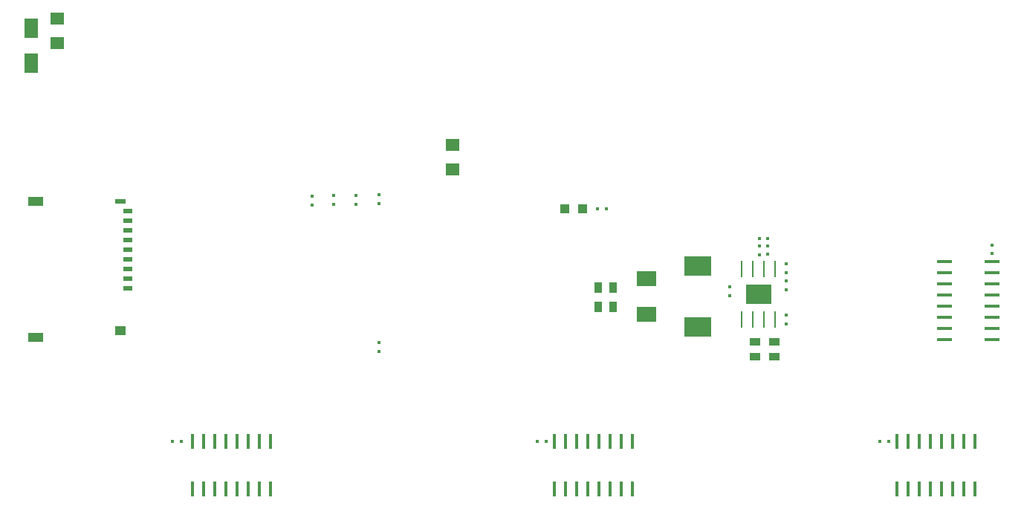
<source format=gbr>
G04 DipTrace 4.0.0.2*
G04 TopPaste.gbr*
%MOIN*%
G04 #@! TF.FileFunction,Paste,Top*
G04 #@! TF.Part,Single*
%AMOUTLINE2*
4,1,28,
0.005053,-0.008008,
-0.005053,-0.008008,
-0.005697,-0.007923,
-0.006054,-0.007775,
-0.00636,-0.007541,
-0.006594,-0.007235,
-0.006742,-0.006878,
-0.006827,-0.006234,
-0.006827,0.006234,
-0.006742,0.006878,
-0.006594,0.007235,
-0.00636,0.007541,
-0.006054,0.007775,
-0.005697,0.007923,
-0.005053,0.008008,
0.005053,0.008008,
0.005697,0.007923,
0.006054,0.007775,
0.00636,0.007541,
0.006594,0.007235,
0.006742,0.006878,
0.006827,0.006234,
0.006827,-0.006234,
0.006742,-0.006878,
0.006594,-0.007235,
0.00636,-0.007541,
0.006054,-0.007775,
0.005697,-0.007923,
0.005053,-0.008008,
0*%
%AMOUTLINE5*
4,1,28,
-0.005053,0.008008,
0.005053,0.008008,
0.005697,0.007923,
0.006054,0.007775,
0.00636,0.007541,
0.006594,0.007235,
0.006742,0.006878,
0.006827,0.006234,
0.006827,-0.006234,
0.006742,-0.006878,
0.006594,-0.007235,
0.00636,-0.007541,
0.006054,-0.007775,
0.005697,-0.007923,
0.005053,-0.008008,
-0.005053,-0.008008,
-0.005697,-0.007923,
-0.006054,-0.007775,
-0.00636,-0.007541,
-0.006594,-0.007235,
-0.006742,-0.006878,
-0.006827,-0.006234,
-0.006827,0.006234,
-0.006742,0.006878,
-0.006594,0.007235,
-0.00636,0.007541,
-0.006054,0.007775,
-0.005697,0.007923,
-0.005053,0.008008,
0*%
%AMOUTLINE8*
4,1,28,
-0.025722,0.027496,
0.025722,0.027496,
0.027386,0.027277,
0.028691,0.026736,
0.029813,0.025876,
0.030673,0.024754,
0.031214,0.023449,
0.031433,0.021785,
0.031433,-0.021785,
0.031214,-0.023449,
0.030673,-0.024754,
0.029813,-0.025876,
0.028691,-0.026736,
0.027386,-0.027277,
0.025722,-0.027496,
-0.025722,-0.027496,
-0.027386,-0.027277,
-0.028691,-0.026736,
-0.029813,-0.025876,
-0.030673,-0.024754,
-0.031214,-0.023449,
-0.031433,-0.021785,
-0.031433,0.021785,
-0.031214,0.023449,
-0.030673,0.024754,
-0.029813,0.025876,
-0.028691,0.026736,
-0.027386,0.027277,
-0.025722,0.027496,
0*%
%AMOUTLINE11*
4,1,28,
-0.008008,-0.005053,
-0.008008,0.005053,
-0.007923,0.005697,
-0.007776,0.006053,
-0.007541,0.006359,
-0.007235,0.006594,
-0.006879,0.006742,
-0.006234,0.006827,
0.006234,0.006827,
0.006878,0.006742,
0.007235,0.006594,
0.007541,0.00636,
0.007775,0.006054,
0.007923,0.005697,
0.008008,0.005053,
0.008008,-0.005053,
0.007923,-0.005697,
0.007776,-0.006053,
0.007541,-0.006359,
0.007235,-0.006594,
0.006879,-0.006742,
0.006234,-0.006827,
-0.006234,-0.006827,
-0.006878,-0.006742,
-0.007235,-0.006594,
-0.007541,-0.00636,
-0.007775,-0.006054,
-0.007923,-0.005697,
-0.008008,-0.005053,
0*%
%AMOUTLINE14*
4,1,28,
0.008008,0.005053,
0.008008,-0.005053,
0.007923,-0.005697,
0.007776,-0.006053,
0.007541,-0.006359,
0.007235,-0.006594,
0.006879,-0.006742,
0.006234,-0.006827,
-0.006234,-0.006827,
-0.006878,-0.006742,
-0.007235,-0.006594,
-0.007541,-0.00636,
-0.007775,-0.006054,
-0.007923,-0.005697,
-0.008008,-0.005053,
-0.008008,0.005053,
-0.007923,0.005697,
-0.007776,0.006053,
-0.007541,0.006359,
-0.007235,0.006594,
-0.006879,0.006742,
-0.006234,0.006827,
0.006234,0.006827,
0.006878,0.006742,
0.007235,0.006594,
0.007541,0.00636,
0.007775,0.006054,
0.007923,0.005697,
0.008008,0.005053,
0*%
%AMOUTLINE17*
4,1,28,
-0.024937,-0.011746,
-0.024937,0.011746,
-0.024705,0.013511,
-0.024124,0.014912,
-0.023201,0.016115,
-0.021998,0.017038,
-0.020598,0.017618,
-0.018832,0.01785,
0.018832,0.01785,
0.020598,0.017618,
0.021998,0.017038,
0.023201,0.016115,
0.024124,0.014912,
0.024705,0.013511,
0.024937,0.011746,
0.024937,-0.011746,
0.024705,-0.013511,
0.024124,-0.014912,
0.023201,-0.016115,
0.021998,-0.017038,
0.020598,-0.017618,
0.018832,-0.01785,
-0.018832,-0.01785,
-0.020598,-0.017618,
-0.021998,-0.017038,
-0.023201,-0.016115,
-0.024124,-0.014912,
-0.024705,-0.013511,
-0.024937,-0.011746,
0*%
%AMOUTLINE20*
4,1,28,
0.024937,0.011746,
0.024937,-0.011746,
0.024705,-0.013511,
0.024124,-0.014912,
0.023201,-0.016115,
0.021998,-0.017038,
0.020598,-0.017618,
0.018832,-0.01785,
-0.018832,-0.01785,
-0.020598,-0.017618,
-0.021998,-0.017038,
-0.023201,-0.016115,
-0.024124,-0.014912,
-0.024705,-0.013511,
-0.024937,-0.011746,
-0.024937,0.011746,
-0.024705,0.013511,
-0.024124,0.014912,
-0.023201,0.016115,
-0.021998,0.017038,
-0.020598,0.017618,
-0.018832,0.01785,
0.018832,0.01785,
0.020598,0.017618,
0.021998,0.017038,
0.023201,0.016115,
0.024124,0.014912,
0.024705,0.013511,
0.024937,0.011746,
0*%
%AMOUTLINE23*
4,1,28,
0.004659,-0.007614,
-0.004659,-0.007614,
-0.0051,-0.007556,
-0.005266,-0.007487,
-0.005409,-0.007378,
-0.005519,-0.007235,
-0.005588,-0.007068,
-0.005646,-0.006628,
-0.005646,0.006628,
-0.005588,0.007068,
-0.005519,0.007235,
-0.005409,0.007378,
-0.005266,0.007487,
-0.0051,0.007556,
-0.004659,0.007614,
0.004659,0.007614,
0.0051,0.007556,
0.005266,0.007487,
0.005409,0.007378,
0.005519,0.007235,
0.005588,0.007068,
0.005646,0.006628,
0.005646,-0.006628,
0.005588,-0.007068,
0.005519,-0.007235,
0.005409,-0.007378,
0.005266,-0.007487,
0.0051,-0.007556,
0.004659,-0.007614,
0*%
%AMOUTLINE26*
4,1,28,
-0.004659,0.007614,
0.004659,0.007614,
0.0051,0.007556,
0.005266,0.007487,
0.005409,0.007378,
0.005519,0.007235,
0.005588,0.007068,
0.005646,0.006628,
0.005646,-0.006628,
0.005588,-0.007068,
0.005519,-0.007235,
0.005409,-0.007378,
0.005266,-0.007487,
0.0051,-0.007556,
0.004659,-0.007614,
-0.004659,-0.007614,
-0.0051,-0.007556,
-0.005266,-0.007487,
-0.005409,-0.007378,
-0.005519,-0.007235,
-0.005588,-0.007068,
-0.005646,-0.006628,
-0.005646,0.006628,
-0.005588,0.007068,
-0.005519,0.007235,
-0.005409,0.007378,
-0.005266,0.007487,
-0.0051,0.007556,
-0.004659,0.007614,
0*%
%AMOUTLINE29*
4,1,28,
0.007614,0.004659,
0.007614,-0.004659,
0.007556,-0.0051,
0.007487,-0.005266,
0.007378,-0.005409,
0.007235,-0.005519,
0.007068,-0.005588,
0.006628,-0.005646,
-0.006628,-0.005646,
-0.007068,-0.005588,
-0.007235,-0.005519,
-0.007378,-0.005409,
-0.007487,-0.005266,
-0.007556,-0.0051,
-0.007614,-0.004659,
-0.007614,0.004659,
-0.007556,0.0051,
-0.007487,0.005266,
-0.007378,0.005409,
-0.007235,0.005519,
-0.007068,0.005588,
-0.006628,0.005646,
0.006628,0.005646,
0.007068,0.005588,
0.007235,0.005519,
0.007378,0.005409,
0.007487,0.005266,
0.007556,0.0051,
0.007614,0.004659,
0*%
%AMOUTLINE32*
4,1,28,
-0.007614,-0.004659,
-0.007614,0.004659,
-0.007556,0.0051,
-0.007487,0.005266,
-0.007378,0.005409,
-0.007235,0.005519,
-0.007068,0.005588,
-0.006628,0.005646,
0.006628,0.005646,
0.007068,0.005588,
0.007235,0.005519,
0.007378,0.005409,
0.007487,0.005266,
0.007556,0.0051,
0.007614,0.004659,
0.007614,-0.004659,
0.007556,-0.0051,
0.007487,-0.005266,
0.007378,-0.005409,
0.007235,-0.005519,
0.007068,-0.005588,
0.006628,-0.005646,
-0.006628,-0.005646,
-0.007068,-0.005588,
-0.007235,-0.005519,
-0.007378,-0.005409,
-0.007487,-0.005266,
-0.007556,-0.0051,
-0.007614,-0.004659,
0*%
%AMOUTLINE35*
4,1,28,
-0.011746,0.024937,
0.011746,0.024937,
0.013511,0.024705,
0.014912,0.024124,
0.016115,0.023201,
0.017038,0.021998,
0.017618,0.020598,
0.01785,0.018832,
0.01785,-0.018832,
0.017618,-0.020598,
0.017038,-0.021998,
0.016115,-0.023201,
0.014912,-0.024124,
0.013511,-0.024705,
0.011746,-0.024937,
-0.011746,-0.024937,
-0.013511,-0.024705,
-0.014912,-0.024124,
-0.016115,-0.023201,
-0.017038,-0.021998,
-0.017618,-0.020598,
-0.01785,-0.018832,
-0.01785,0.018832,
-0.017618,0.020598,
-0.017038,0.021998,
-0.016115,0.023201,
-0.014912,0.024124,
-0.013511,0.024705,
-0.011746,0.024937,
0*%
%AMOUTLINE38*
4,1,28,
0.011746,-0.024937,
-0.011746,-0.024937,
-0.013511,-0.024705,
-0.014912,-0.024124,
-0.016115,-0.023201,
-0.017038,-0.021998,
-0.017618,-0.020598,
-0.01785,-0.018832,
-0.01785,0.018832,
-0.017618,0.020598,
-0.017038,0.021998,
-0.016115,0.023201,
-0.014912,0.024124,
-0.013511,0.024705,
-0.011746,0.024937,
0.011746,0.024937,
0.013511,0.024705,
0.014912,0.024124,
0.016115,0.023201,
0.017038,0.021998,
0.017618,0.020598,
0.01785,0.018832,
0.01785,-0.018832,
0.017618,-0.020598,
0.017038,-0.021998,
0.016115,-0.023201,
0.014912,-0.024124,
0.013511,-0.024705,
0.011746,-0.024937,
0*%
%AMOUTLINE41*
4,1,28,
-0.008205,-0.005053,
-0.008205,0.005053,
-0.008133,0.005595,
-0.008025,0.005857,
-0.007853,0.006081,
-0.007628,0.006253,
-0.007367,0.006362,
-0.006824,0.006433,
0.006824,0.006433,
0.007367,0.006362,
0.007628,0.006253,
0.007853,0.006081,
0.008025,0.005857,
0.008133,0.005595,
0.008205,0.005053,
0.008205,-0.005053,
0.008133,-0.005595,
0.008025,-0.005857,
0.007853,-0.006081,
0.007628,-0.006253,
0.007367,-0.006362,
0.006824,-0.006433,
-0.006824,-0.006433,
-0.007367,-0.006362,
-0.007628,-0.006253,
-0.007853,-0.006081,
-0.008025,-0.005857,
-0.008133,-0.005595,
-0.008205,-0.005053,
0*%
%AMOUTLINE44*
4,1,28,
0.008205,0.005053,
0.008205,-0.005053,
0.008133,-0.005595,
0.008025,-0.005857,
0.007853,-0.006081,
0.007628,-0.006253,
0.007367,-0.006362,
0.006824,-0.006433,
-0.006824,-0.006433,
-0.007367,-0.006362,
-0.007628,-0.006253,
-0.007853,-0.006081,
-0.008025,-0.005857,
-0.008133,-0.005595,
-0.008205,-0.005053,
-0.008205,0.005053,
-0.008133,0.005595,
-0.008025,0.005857,
-0.007853,0.006081,
-0.007628,0.006253,
-0.007367,0.006362,
-0.006824,0.006433,
0.006824,0.006433,
0.007367,0.006362,
0.007628,0.006253,
0.007853,0.006081,
0.008025,0.005857,
0.008133,0.005595,
0.008205,0.005053,
0*%
%AMOUTLINE47*
4,1,28,
0.005053,-0.008205,
-0.005053,-0.008205,
-0.005595,-0.008133,
-0.005857,-0.008025,
-0.006081,-0.007853,
-0.006253,-0.007628,
-0.006362,-0.007367,
-0.006433,-0.006824,
-0.006433,0.006824,
-0.006362,0.007367,
-0.006253,0.007628,
-0.006081,0.007853,
-0.005857,0.008025,
-0.005595,0.008133,
-0.005053,0.008205,
0.005053,0.008205,
0.005595,0.008133,
0.005857,0.008025,
0.006081,0.007853,
0.006253,0.007628,
0.006362,0.007367,
0.006433,0.006824,
0.006433,-0.006824,
0.006362,-0.007367,
0.006253,-0.007628,
0.006081,-0.007853,
0.005857,-0.008025,
0.005595,-0.008133,
0.005053,-0.008205,
0*%
%AMOUTLINE50*
4,1,28,
-0.005053,0.008205,
0.005053,0.008205,
0.005595,0.008133,
0.005857,0.008025,
0.006081,0.007853,
0.006253,0.007628,
0.006362,0.007367,
0.006433,0.006824,
0.006433,-0.006824,
0.006362,-0.007367,
0.006253,-0.007628,
0.006081,-0.007853,
0.005857,-0.008025,
0.005595,-0.008133,
0.005053,-0.008205,
-0.005053,-0.008205,
-0.005595,-0.008133,
-0.005857,-0.008025,
-0.006081,-0.007853,
-0.006253,-0.007628,
-0.006362,-0.007367,
-0.006433,-0.006824,
-0.006433,0.006824,
-0.006362,0.007367,
-0.006253,0.007628,
-0.006081,0.007853,
-0.005857,0.008025,
-0.005595,0.008133,
-0.005053,0.008205,
0*%
%ADD63R,0.114047X0.086488*%
%ADD65R,0.009717X0.076646*%
%ADD71R,0.07074X0.015622*%
%ADD73R,0.015622X0.07074*%
%ADD83R,0.047118X0.023496*%
%ADD85R,0.047118X0.039244*%
%ADD87R,0.07074X0.039244*%
%ADD89R,0.043181X0.019559*%
%ADD93R,0.039244X0.039244*%
%ADD95R,0.090425X0.066803*%
%ADD101R,0.121921X0.090425*%
%ADD103R,0.058929X0.090425*%
%ADD111OUTLINE2*%
%ADD114OUTLINE5*%
%ADD117OUTLINE8*%
%ADD120OUTLINE11*%
%ADD123OUTLINE14*%
%ADD126OUTLINE17*%
%ADD129OUTLINE20*%
%ADD132OUTLINE23*%
%ADD135OUTLINE26*%
%ADD138OUTLINE29*%
%ADD141OUTLINE32*%
%ADD144OUTLINE35*%
%ADD147OUTLINE38*%
%ADD150OUTLINE41*%
%ADD153OUTLINE44*%
%ADD156OUTLINE47*%
%ADD159OUTLINE50*%
%FSLAX26Y26*%
G04*
G70*
G90*
G75*
G01*
G04 TopPaste*
%LPD*%
D111*
X1156500Y1209157D3*
D114*
X1117917D3*
D117*
X2375249Y2539276D3*
Y2429039D3*
D111*
X2794000Y1209157D3*
D114*
X2755417D3*
D111*
X4331500D3*
D114*
X4292917D3*
D120*
X4794000Y2052366D3*
D123*
Y2090949D3*
D117*
X601899Y3108451D3*
Y2998215D3*
D126*
X3819194Y1591331D3*
D129*
Y1658260D3*
D126*
X3731639Y1591331D3*
D129*
Y1658260D3*
D132*
X3788243Y2120449D3*
D135*
X3751235D3*
D138*
X3788928Y2086064D3*
D141*
Y2049056D3*
D120*
X3616444Y1865114D3*
D123*
X3616443Y1903697D3*
D144*
X3028423Y1899433D3*
D147*
X3095352D3*
D144*
X3028423Y1812819D3*
D147*
X3095352D3*
D103*
X483604Y2905408D3*
X483601Y3062888D3*
D101*
X3473301Y1996283D3*
X3473308Y1724630D3*
D95*
X3243777Y1941165D3*
Y1779748D3*
D93*
X2959315Y2253953D3*
X2876638D3*
D150*
X1744000Y2270131D3*
D153*
Y2310682D3*
D150*
X1840850Y2273331D3*
D153*
Y2313882D3*
D150*
X1942867Y2273331D3*
D153*
Y2313882D3*
D150*
X2044000Y2276382D3*
D153*
Y2316933D3*
D156*
X3064991Y2252907D3*
D159*
X3024440D3*
D150*
X2044000Y1613942D3*
D153*
Y1654493D3*
X3872303Y1776795D3*
D150*
Y1736244D3*
D153*
X3751089Y2087942D3*
D150*
Y2047391D3*
D153*
X3871608Y1930312D3*
D150*
Y1889761D3*
D153*
X3871516Y2008276D3*
D150*
Y1967724D3*
D89*
X919000Y1896657D3*
Y1939965D3*
Y1983272D3*
Y2026579D3*
Y2069886D3*
Y2113193D3*
Y2156500D3*
Y2199807D3*
Y2243114D3*
D87*
X503646Y1675398D3*
D85*
X885535Y1708469D3*
D83*
Y2286421D3*
D87*
X503646D3*
D73*
X1206500Y996657D3*
X1256500D3*
X1306500D3*
X1356500D3*
X1406500D3*
X1456500D3*
X1506500D3*
X1556500D3*
Y1209256D3*
X1506500D3*
X1456500D3*
X1406500D3*
X1356500D3*
X1306500D3*
X1256500D3*
X1206500D3*
X2831500Y996657D3*
X2881500D3*
X2931500D3*
X2981500D3*
X3031500D3*
X3081500D3*
X3131500D3*
X3181500D3*
Y1209256D3*
X3131500D3*
X3081500D3*
X3031500D3*
X2981500D3*
X2931500D3*
X2881500D3*
X2831500D3*
X4369000Y996657D3*
X4419000D3*
X4469000D3*
X4519000D3*
X4569000D3*
X4619000D3*
X4669000D3*
X4719000D3*
Y1209256D3*
X4669000D3*
X4619000D3*
X4569000D3*
X4519000D3*
X4469000D3*
X4419000D3*
X4369000D3*
D71*
X4581450Y2015407D3*
Y1965407D3*
Y1915407D3*
Y1865407D3*
Y1815407D3*
Y1765407D3*
Y1715407D3*
Y1665407D3*
X4794049D3*
Y1715407D3*
Y1765407D3*
Y1815407D3*
Y1865407D3*
Y1915407D3*
Y1965407D3*
Y2015407D3*
D65*
X3672615Y1755929D3*
X3722615D3*
X3772615D3*
X3822615D3*
Y1982307D3*
X3772615D3*
X3722615D3*
X3672615D3*
D63*
X3747615Y1869118D3*
M02*

</source>
